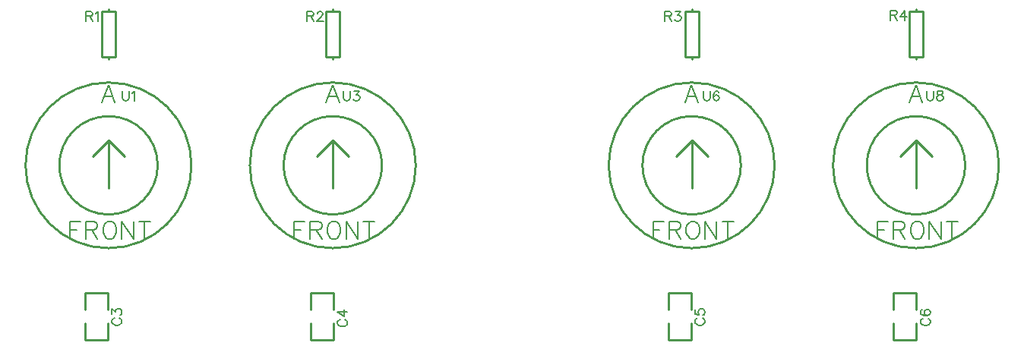
<source format=gto>
G04 Layer: TopSilkLayer*
G04 EasyEDA v6.2.46, 2019-12-05T15:20:42+01:00*
G04 d8fcaf4132fa48e7953a627b650daf80,0734b15ce4794c74ad8cde99a471bf6c,10*
G04 Gerber Generator version 0.2*
G04 Scale: 100 percent, Rotated: No, Reflected: No *
G04 Dimensions in millimeters *
G04 leading zeros omitted , absolute positions ,3 integer and 3 decimal *
%FSLAX33Y33*%
%MOMM*%
G90*
G71D02*

%ADD10C,0.254000*%
%ADD25C,0.152400*%
%ADD26C,0.203200*%

%LPD*%
G54D10*
G01X25000Y22307D02*
G01X25000Y27387D01*
G01X24746Y27387D01*
G01X23222Y25863D01*
G01X25000Y27641D01*
G01X26778Y25863D01*
G01X50000Y22307D02*
G01X50000Y27387D01*
G01X49746Y27387D01*
G01X48222Y25863D01*
G01X50000Y27641D01*
G01X51778Y25863D01*
G01X90000Y22307D02*
G01X90000Y27387D01*
G01X89746Y27387D01*
G01X88222Y25863D01*
G01X90000Y27641D01*
G01X91778Y25863D01*
G01X115000Y22307D02*
G01X115000Y27387D01*
G01X114746Y27387D01*
G01X113222Y25863D01*
G01X115000Y27641D01*
G01X116778Y25863D01*
G01X22417Y7256D02*
G01X22417Y5407D01*
G01X24957Y5407D01*
G01X24957Y7256D01*
G01X24957Y8780D02*
G01X24957Y10638D01*
G01X22417Y10638D01*
G01X22417Y8780D01*
G01X47525Y7256D02*
G01X47525Y5407D01*
G01X50065Y5407D01*
G01X50065Y7256D01*
G01X50065Y8780D02*
G01X50065Y10638D01*
G01X47525Y10638D01*
G01X47525Y8780D01*
G01X87394Y7256D02*
G01X87394Y5407D01*
G01X89934Y5407D01*
G01X89934Y7256D01*
G01X89934Y8780D02*
G01X89934Y10638D01*
G01X87394Y10638D01*
G01X87394Y8780D01*
G01X112502Y7256D02*
G01X112502Y5407D01*
G01X115042Y5407D01*
G01X115042Y7256D01*
G01X115042Y8780D02*
G01X115042Y10638D01*
G01X112502Y10638D01*
G01X112502Y8780D01*
G01X24238Y36959D02*
G01X24238Y42039D01*
G01X24238Y42039D02*
G01X25000Y42039D01*
G01X25000Y42039D02*
G01X25762Y42039D01*
G01X25762Y42039D02*
G01X25762Y36959D01*
G01X25762Y36959D02*
G01X25000Y36959D01*
G01X25000Y36959D02*
G01X24238Y36959D01*
G01X25000Y42039D02*
G01X25000Y42293D01*
G01X25000Y36959D02*
G01X25000Y36705D01*
G01X49238Y36959D02*
G01X49238Y42039D01*
G01X49238Y42039D02*
G01X50000Y42039D01*
G01X50000Y42039D02*
G01X50762Y42039D01*
G01X50762Y42039D02*
G01X50762Y36959D01*
G01X50762Y36959D02*
G01X50000Y36959D01*
G01X50000Y36959D02*
G01X49238Y36959D01*
G01X50000Y42039D02*
G01X50000Y42293D01*
G01X50000Y36959D02*
G01X50000Y36705D01*
G01X89237Y36959D02*
G01X89237Y42039D01*
G01X89237Y42039D02*
G01X89999Y42039D01*
G01X89999Y42039D02*
G01X90761Y42039D01*
G01X90761Y42039D02*
G01X90761Y36959D01*
G01X90761Y36959D02*
G01X89999Y36959D01*
G01X89999Y36959D02*
G01X89237Y36959D01*
G01X89999Y42039D02*
G01X89999Y42293D01*
G01X89999Y36959D02*
G01X89999Y36705D01*
G01X114237Y36959D02*
G01X114237Y42039D01*
G01X114237Y42039D02*
G01X114999Y42039D01*
G01X114999Y42039D02*
G01X115761Y42039D01*
G01X115761Y42039D02*
G01X115761Y36959D01*
G01X115761Y36959D02*
G01X114999Y36959D01*
G01X114999Y36959D02*
G01X114237Y36959D01*
G01X114999Y42039D02*
G01X114999Y42293D01*
G01X114999Y36959D02*
G01X114999Y36705D01*
G54D25*
G01X26565Y33127D02*
G01X26565Y32350D01*
G01X26616Y32193D01*
G01X26720Y32089D01*
G01X26878Y32038D01*
G01X26982Y32038D01*
G01X27137Y32089D01*
G01X27241Y32193D01*
G01X27292Y32350D01*
G01X27292Y33127D01*
G01X27635Y32922D02*
G01X27739Y32973D01*
G01X27896Y33127D01*
G01X27896Y32038D01*
G54D26*
G01X20682Y18589D02*
G01X20682Y16651D01*
G01X20682Y18589D02*
G01X21883Y18589D01*
G01X20682Y17667D02*
G01X21421Y17667D01*
G01X22493Y18589D02*
G01X22493Y16651D01*
G01X22493Y18589D02*
G01X23323Y18589D01*
G01X23600Y18497D01*
G01X23691Y18406D01*
G01X23785Y18220D01*
G01X23785Y18035D01*
G01X23691Y17849D01*
G01X23600Y17758D01*
G01X23323Y17667D01*
G01X22493Y17667D01*
G01X23138Y17667D02*
G01X23785Y16651D01*
G01X24949Y18589D02*
G01X24763Y18497D01*
G01X24580Y18312D01*
G01X24486Y18129D01*
G01X24395Y17849D01*
G01X24395Y17390D01*
G01X24486Y17113D01*
G01X24580Y16927D01*
G01X24763Y16742D01*
G01X24949Y16651D01*
G01X25317Y16651D01*
G01X25502Y16742D01*
G01X25688Y16927D01*
G01X25779Y17113D01*
G01X25873Y17390D01*
G01X25873Y17849D01*
G01X25779Y18129D01*
G01X25688Y18312D01*
G01X25502Y18497D01*
G01X25317Y18589D01*
G01X24949Y18589D01*
G01X26483Y18589D02*
G01X26483Y16651D01*
G01X26483Y18589D02*
G01X27776Y16651D01*
G01X27776Y18589D02*
G01X27776Y16651D01*
G01X29030Y18589D02*
G01X29030Y16651D01*
G01X28385Y18589D02*
G01X29678Y18589D01*
G01X24977Y33829D02*
G01X24238Y31891D01*
G01X24977Y33829D02*
G01X25716Y31891D01*
G01X24514Y32536D02*
G01X25439Y32536D01*
G54D25*
G01X51204Y33127D02*
G01X51204Y32350D01*
G01X51254Y32193D01*
G01X51358Y32089D01*
G01X51516Y32038D01*
G01X51620Y32038D01*
G01X51775Y32089D01*
G01X51879Y32193D01*
G01X51930Y32350D01*
G01X51930Y33127D01*
G01X52377Y33127D02*
G01X52948Y33127D01*
G01X52639Y32713D01*
G01X52794Y32713D01*
G01X52898Y32660D01*
G01X52948Y32609D01*
G01X53002Y32454D01*
G01X53002Y32350D01*
G01X52948Y32193D01*
G01X52844Y32089D01*
G01X52689Y32038D01*
G01X52534Y32038D01*
G01X52377Y32089D01*
G01X52326Y32142D01*
G01X52273Y32246D01*
G54D26*
G01X45682Y18589D02*
G01X45682Y16651D01*
G01X45682Y18589D02*
G01X46883Y18589D01*
G01X45682Y17667D02*
G01X46421Y17667D01*
G01X47493Y18589D02*
G01X47493Y16651D01*
G01X47493Y18589D02*
G01X48323Y18589D01*
G01X48600Y18497D01*
G01X48691Y18406D01*
G01X48785Y18220D01*
G01X48785Y18035D01*
G01X48691Y17849D01*
G01X48600Y17758D01*
G01X48323Y17667D01*
G01X47493Y17667D01*
G01X48138Y17667D02*
G01X48785Y16651D01*
G01X49949Y18589D02*
G01X49763Y18497D01*
G01X49580Y18312D01*
G01X49486Y18129D01*
G01X49395Y17849D01*
G01X49395Y17390D01*
G01X49486Y17113D01*
G01X49580Y16927D01*
G01X49763Y16742D01*
G01X49949Y16651D01*
G01X50317Y16651D01*
G01X50502Y16742D01*
G01X50688Y16927D01*
G01X50779Y17113D01*
G01X50873Y17390D01*
G01X50873Y17849D01*
G01X50779Y18129D01*
G01X50688Y18312D01*
G01X50502Y18497D01*
G01X50317Y18589D01*
G01X49949Y18589D01*
G01X51483Y18589D02*
G01X51483Y16651D01*
G01X51483Y18589D02*
G01X52776Y16651D01*
G01X52776Y18589D02*
G01X52776Y16651D01*
G01X54030Y18589D02*
G01X54030Y16651D01*
G01X53385Y18589D02*
G01X54678Y18589D01*
G01X49977Y33829D02*
G01X49238Y31891D01*
G01X49977Y33829D02*
G01X50716Y31891D01*
G01X49514Y32536D02*
G01X50439Y32536D01*
G54D25*
G01X91336Y33127D02*
G01X91336Y32350D01*
G01X91386Y32193D01*
G01X91490Y32089D01*
G01X91648Y32038D01*
G01X91752Y32038D01*
G01X91907Y32089D01*
G01X92011Y32193D01*
G01X92062Y32350D01*
G01X92062Y33127D01*
G01X93030Y32973D02*
G01X92976Y33077D01*
G01X92821Y33127D01*
G01X92717Y33127D01*
G01X92562Y33077D01*
G01X92458Y32922D01*
G01X92405Y32660D01*
G01X92405Y32401D01*
G01X92458Y32193D01*
G01X92562Y32089D01*
G01X92717Y32038D01*
G01X92771Y32038D01*
G01X92926Y32089D01*
G01X93030Y32193D01*
G01X93080Y32350D01*
G01X93080Y32401D01*
G01X93030Y32556D01*
G01X92926Y32660D01*
G01X92771Y32713D01*
G01X92717Y32713D01*
G01X92562Y32660D01*
G01X92458Y32556D01*
G01X92405Y32401D01*
G54D26*
G01X85682Y18589D02*
G01X85682Y16651D01*
G01X85682Y18589D02*
G01X86883Y18589D01*
G01X85682Y17667D02*
G01X86421Y17667D01*
G01X87493Y18589D02*
G01X87493Y16651D01*
G01X87493Y18589D02*
G01X88323Y18589D01*
G01X88600Y18497D01*
G01X88691Y18406D01*
G01X88785Y18220D01*
G01X88785Y18035D01*
G01X88691Y17849D01*
G01X88600Y17758D01*
G01X88323Y17667D01*
G01X87493Y17667D01*
G01X88138Y17667D02*
G01X88785Y16651D01*
G01X89949Y18589D02*
G01X89763Y18497D01*
G01X89580Y18312D01*
G01X89486Y18129D01*
G01X89395Y17849D01*
G01X89395Y17390D01*
G01X89486Y17113D01*
G01X89580Y16927D01*
G01X89763Y16742D01*
G01X89949Y16651D01*
G01X90317Y16651D01*
G01X90502Y16742D01*
G01X90688Y16927D01*
G01X90779Y17113D01*
G01X90873Y17390D01*
G01X90873Y17849D01*
G01X90779Y18129D01*
G01X90688Y18312D01*
G01X90502Y18497D01*
G01X90317Y18589D01*
G01X89949Y18589D01*
G01X91483Y18589D02*
G01X91483Y16651D01*
G01X91483Y18589D02*
G01X92776Y16651D01*
G01X92776Y18589D02*
G01X92776Y16651D01*
G01X94031Y18589D02*
G01X94031Y16651D01*
G01X93385Y18589D02*
G01X94678Y18589D01*
G01X89977Y33829D02*
G01X89238Y31891D01*
G01X89977Y33829D02*
G01X90716Y31891D01*
G01X89514Y32536D02*
G01X90439Y32536D01*
G54D25*
G01X116228Y33166D02*
G01X116228Y32388D01*
G01X116278Y32231D01*
G01X116382Y32127D01*
G01X116540Y32076D01*
G01X116644Y32076D01*
G01X116799Y32127D01*
G01X116903Y32231D01*
G01X116954Y32388D01*
G01X116954Y33166D01*
G01X117558Y33166D02*
G01X117401Y33115D01*
G01X117350Y33011D01*
G01X117350Y32907D01*
G01X117401Y32802D01*
G01X117505Y32752D01*
G01X117713Y32698D01*
G01X117868Y32647D01*
G01X117972Y32543D01*
G01X118026Y32439D01*
G01X118026Y32284D01*
G01X117972Y32180D01*
G01X117922Y32127D01*
G01X117764Y32076D01*
G01X117558Y32076D01*
G01X117401Y32127D01*
G01X117350Y32180D01*
G01X117297Y32284D01*
G01X117297Y32439D01*
G01X117350Y32543D01*
G01X117454Y32647D01*
G01X117609Y32698D01*
G01X117818Y32752D01*
G01X117922Y32802D01*
G01X117972Y32907D01*
G01X117972Y33011D01*
G01X117922Y33115D01*
G01X117764Y33166D01*
G01X117558Y33166D01*
G54D26*
G01X110682Y18589D02*
G01X110682Y16651D01*
G01X110682Y18589D02*
G01X111883Y18589D01*
G01X110682Y17667D02*
G01X111421Y17667D01*
G01X112493Y18589D02*
G01X112493Y16651D01*
G01X112493Y18589D02*
G01X113323Y18589D01*
G01X113600Y18497D01*
G01X113691Y18406D01*
G01X113785Y18220D01*
G01X113785Y18035D01*
G01X113691Y17849D01*
G01X113600Y17758D01*
G01X113323Y17667D01*
G01X112493Y17667D01*
G01X113138Y17667D02*
G01X113785Y16651D01*
G01X114949Y18589D02*
G01X114763Y18497D01*
G01X114580Y18312D01*
G01X114486Y18129D01*
G01X114395Y17849D01*
G01X114395Y17390D01*
G01X114486Y17113D01*
G01X114580Y16927D01*
G01X114763Y16742D01*
G01X114949Y16651D01*
G01X115317Y16651D01*
G01X115502Y16742D01*
G01X115688Y16927D01*
G01X115779Y17113D01*
G01X115873Y17390D01*
G01X115873Y17849D01*
G01X115779Y18129D01*
G01X115688Y18312D01*
G01X115502Y18497D01*
G01X115317Y18589D01*
G01X114949Y18589D01*
G01X116483Y18589D02*
G01X116483Y16651D01*
G01X116483Y18589D02*
G01X117776Y16651D01*
G01X117776Y18589D02*
G01X117776Y16651D01*
G01X119031Y18589D02*
G01X119031Y16651D01*
G01X118385Y18589D02*
G01X119678Y18589D01*
G01X114977Y33829D02*
G01X114238Y31891D01*
G01X114977Y33829D02*
G01X115716Y31891D01*
G01X114514Y32536D02*
G01X115439Y32536D01*
G54D25*
G01X25651Y7781D02*
G01X25547Y7728D01*
G01X25443Y7624D01*
G01X25392Y7522D01*
G01X25392Y7314D01*
G01X25443Y7210D01*
G01X25547Y7106D01*
G01X25651Y7052D01*
G01X25806Y7002D01*
G01X26065Y7002D01*
G01X26222Y7052D01*
G01X26327Y7106D01*
G01X26431Y7210D01*
G01X26481Y7314D01*
G01X26481Y7522D01*
G01X26431Y7624D01*
G01X26327Y7728D01*
G01X26222Y7781D01*
G01X25392Y8228D02*
G01X25392Y8800D01*
G01X25806Y8487D01*
G01X25806Y8642D01*
G01X25859Y8746D01*
G01X25910Y8800D01*
G01X26065Y8851D01*
G01X26169Y8851D01*
G01X26327Y8800D01*
G01X26431Y8696D01*
G01X26481Y8538D01*
G01X26481Y8383D01*
G01X26431Y8228D01*
G01X26377Y8175D01*
G01X26273Y8124D01*
G01X50797Y7657D02*
G01X50693Y7603D01*
G01X50589Y7499D01*
G01X50538Y7398D01*
G01X50538Y7189D01*
G01X50589Y7085D01*
G01X50693Y6981D01*
G01X50797Y6928D01*
G01X50952Y6877D01*
G01X51211Y6877D01*
G01X51369Y6928D01*
G01X51473Y6981D01*
G01X51577Y7085D01*
G01X51628Y7189D01*
G01X51628Y7398D01*
G01X51577Y7499D01*
G01X51473Y7603D01*
G01X51369Y7657D01*
G01X50538Y8518D02*
G01X51264Y8000D01*
G01X51264Y8780D01*
G01X50538Y8518D02*
G01X51628Y8518D01*
G01X90627Y7781D02*
G01X90523Y7728D01*
G01X90419Y7624D01*
G01X90368Y7522D01*
G01X90368Y7314D01*
G01X90419Y7210D01*
G01X90523Y7106D01*
G01X90627Y7052D01*
G01X90782Y7002D01*
G01X91041Y7002D01*
G01X91198Y7052D01*
G01X91303Y7106D01*
G01X91407Y7210D01*
G01X91458Y7314D01*
G01X91458Y7522D01*
G01X91407Y7624D01*
G01X91303Y7728D01*
G01X91198Y7781D01*
G01X90368Y8746D02*
G01X90368Y8228D01*
G01X90835Y8175D01*
G01X90782Y8228D01*
G01X90731Y8383D01*
G01X90731Y8538D01*
G01X90782Y8696D01*
G01X90886Y8800D01*
G01X91041Y8851D01*
G01X91145Y8851D01*
G01X91303Y8800D01*
G01X91407Y8696D01*
G01X91458Y8538D01*
G01X91458Y8383D01*
G01X91407Y8228D01*
G01X91353Y8175D01*
G01X91249Y8124D01*
G01X115773Y7761D02*
G01X115669Y7708D01*
G01X115565Y7603D01*
G01X115514Y7502D01*
G01X115514Y7294D01*
G01X115565Y7189D01*
G01X115669Y7085D01*
G01X115773Y7032D01*
G01X115928Y6981D01*
G01X116187Y6981D01*
G01X116345Y7032D01*
G01X116449Y7085D01*
G01X116553Y7189D01*
G01X116604Y7294D01*
G01X116604Y7502D01*
G01X116553Y7603D01*
G01X116449Y7708D01*
G01X116345Y7761D01*
G01X115669Y8726D02*
G01X115565Y8675D01*
G01X115514Y8518D01*
G01X115514Y8416D01*
G01X115565Y8259D01*
G01X115720Y8155D01*
G01X115981Y8104D01*
G01X116240Y8104D01*
G01X116449Y8155D01*
G01X116553Y8259D01*
G01X116604Y8416D01*
G01X116604Y8467D01*
G01X116553Y8622D01*
G01X116449Y8726D01*
G01X116291Y8779D01*
G01X116240Y8779D01*
G01X116085Y8726D01*
G01X115981Y8622D01*
G01X115928Y8467D01*
G01X115928Y8416D01*
G01X115981Y8259D01*
G01X116085Y8155D01*
G01X116240Y8104D01*
G01X22502Y42018D02*
G01X22502Y40926D01*
G01X22502Y42018D02*
G01X22969Y42018D01*
G01X23125Y41966D01*
G01X23177Y41914D01*
G01X23229Y41810D01*
G01X23229Y41706D01*
G01X23177Y41602D01*
G01X23125Y41550D01*
G01X22969Y41498D01*
G01X22502Y41498D01*
G01X22865Y41498D02*
G01X23229Y40926D01*
G01X23572Y41810D02*
G01X23676Y41862D01*
G01X23832Y42018D01*
G01X23832Y40926D01*
G01X47139Y42018D02*
G01X47139Y40926D01*
G01X47139Y42018D02*
G01X47607Y42018D01*
G01X47763Y41966D01*
G01X47815Y41914D01*
G01X47867Y41810D01*
G01X47867Y41706D01*
G01X47815Y41602D01*
G01X47763Y41550D01*
G01X47607Y41498D01*
G01X47139Y41498D01*
G01X47503Y41498D02*
G01X47867Y40926D01*
G01X48262Y41758D02*
G01X48262Y41810D01*
G01X48314Y41914D01*
G01X48366Y41966D01*
G01X48470Y42018D01*
G01X48677Y42018D01*
G01X48781Y41966D01*
G01X48833Y41914D01*
G01X48885Y41810D01*
G01X48885Y41706D01*
G01X48833Y41602D01*
G01X48729Y41446D01*
G01X48210Y40926D01*
G01X48937Y40926D01*
G01X87017Y42017D02*
G01X87017Y40926D01*
G01X87017Y42017D02*
G01X87485Y42017D01*
G01X87641Y41966D01*
G01X87693Y41914D01*
G01X87745Y41810D01*
G01X87745Y41706D01*
G01X87693Y41602D01*
G01X87641Y41550D01*
G01X87485Y41498D01*
G01X87017Y41498D01*
G01X87381Y41498D02*
G01X87745Y40926D01*
G01X88192Y42017D02*
G01X88763Y42017D01*
G01X88451Y41602D01*
G01X88607Y41602D01*
G01X88711Y41550D01*
G01X88763Y41498D01*
G01X88815Y41342D01*
G01X88815Y41238D01*
G01X88763Y41082D01*
G01X88659Y40978D01*
G01X88503Y40926D01*
G01X88348Y40926D01*
G01X88192Y40978D01*
G01X88140Y41030D01*
G01X88088Y41134D01*
G01X112164Y42133D02*
G01X112164Y41042D01*
G01X112164Y42133D02*
G01X112631Y42133D01*
G01X112787Y42081D01*
G01X112839Y42029D01*
G01X112891Y41925D01*
G01X112891Y41821D01*
G01X112839Y41717D01*
G01X112787Y41665D01*
G01X112631Y41613D01*
G01X112164Y41613D01*
G01X112527Y41613D02*
G01X112891Y41042D01*
G01X113753Y42133D02*
G01X113234Y41406D01*
G01X114013Y41406D01*
G01X113753Y42133D02*
G01X113753Y41042D01*
G54D10*
G75*
G01X34246Y24848D02*
G03X34246Y24848I-9246J0D01*
G01*
G75*
G01X30487Y24848D02*
G03X30487Y24848I-5486J0D01*
G01*
G75*
G01X59246Y24848D02*
G03X59246Y24848I-9246J0D01*
G01*
G75*
G01X55486Y24848D02*
G03X55486Y24848I-5486J0D01*
G01*
G75*
G01X99246Y24848D02*
G03X99246Y24848I-9246J0D01*
G01*
G75*
G01X95486Y24848D02*
G03X95486Y24848I-5486J0D01*
G01*
G75*
G01X124246Y24848D02*
G03X124246Y24848I-9246J0D01*
G01*
G75*
G01X120486Y24848D02*
G03X120486Y24848I-5486J0D01*
G01*
M00*
M02*

</source>
